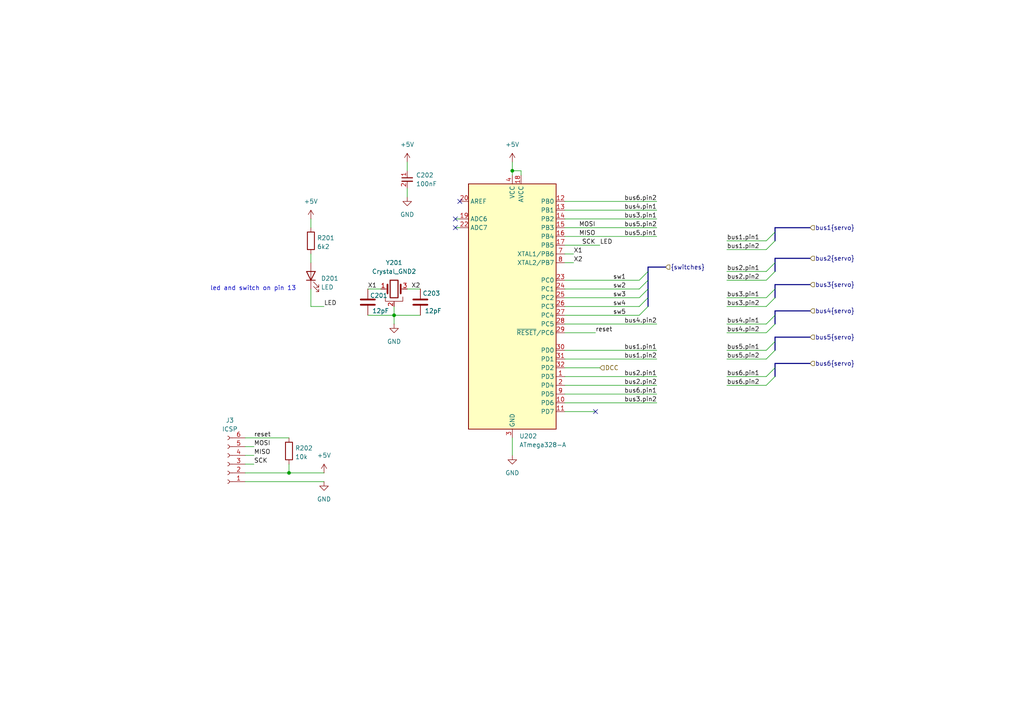
<source format=kicad_sch>
(kicad_sch (version 20231120) (generator "eeschema") (generator_version "8.0")
  (paper "A4")
  (lib_symbols
    (symbol "Connector:Conn_01x06_Socket" (pin_names (offset 1.016) hide)
      (property "Reference" "J" (at 0 7.62 0))
      (property "Value" "Conn_01x06_Socket" (at 0 -10.16 0))
      (symbol "Conn_01x06_Socket_1_1"
        (arc (start 0 -7.112) (mid -0.5058 -7.62) (end 0 -8.128) (stroke (width 0.1524)))
        (arc (start 0 -4.572) (mid -0.5058 -5.08) (end 0 -5.588) (stroke (width 0.1524)))
        (arc (start 0 -2.032) (mid -0.5058 -2.54) (end 0 -3.048) (stroke (width 0.1524)))
        (polyline (pts (xy -1.27 -7.62) (xy -0.508 -7.62)) (stroke (width 0.1524)))
        (polyline (pts (xy -1.27 -5.08) (xy -0.508 -5.08)) (stroke (width 0.1524)))
        (polyline (pts (xy -1.27 -2.54) (xy -0.508 -2.54)) (stroke (width 0.1524)))
        (polyline (pts (xy -1.27 0) (xy -0.508 0)) (stroke (width 0.1524)))
        (polyline (pts (xy -1.27 2.54) (xy -0.508 2.54)) (stroke (width 0.1524)))
        (polyline (pts (xy -1.27 5.08) (xy -0.508 5.08)) (stroke (width 0.1524)))
        (arc (start 0 0.508) (mid -0.5058 0) (end 0 -0.508) (stroke (width 0.1524)))
        (arc (start 0 3.048) (mid -0.5058 2.54) (end 0 2.032) (stroke (width 0.1524)))
        (arc (start 0 5.588) (mid -0.5058 5.08) (end 0 4.572) (stroke (width 0.1524)))
        (pin passive line (at -5.08 5.08 0) (length 3.81) (name "Pin_1") (number "1"))
        (pin passive line (at -5.08 2.54 0) (length 3.81) (name "Pin_2") (number "2"))
        (pin passive line (at -5.08 0 0) (length 3.81) (name "Pin_3") (number "3"))
        (pin passive line (at -5.08 -2.54 0) (length 3.81) (name "Pin_4") (number "4"))
        (pin passive line (at -5.08 -5.08 0) (length 3.81) (name "Pin_5") (number "5"))
        (pin passive line (at -5.08 -7.62 0) (length 3.81) (name "Pin_6") (number "6"))
      )
    )
    (symbol "Device:C" (pin_numbers hide) (pin_names (offset 0.254))
      (property "Reference" "C" (at 0.635 2.54 0))
      (property "Value" "C" (at 0.635 -2.54 0))
      (symbol "C_0_1"
        (polyline (pts (xy -2.032 -0.762) (xy 2.032 -0.762)) (stroke (width 0.508)))
        (polyline (pts (xy -2.032 0.762) (xy 2.032 0.762)) (stroke (width 0.508)))
      )
      (symbol "C_1_1"
        (pin passive line (at 0 3.81 270) (length 2.794) (name "~") (number "1"))
        (pin passive line (at 0 -3.81 90) (length 2.794) (name "~") (number "2"))
      )
    )
    (symbol "Device:LED" (pin_numbers hide) (pin_names (offset 1.016) hide)
      (property "Reference" "D" (at 0 2.54 0))
      (property "Value" "LED" (at 0 -2.54 0))
      (symbol "LED_0_1"
        (polyline (pts (xy -1.27 -1.27) (xy -1.27 1.27)) (stroke (width 0.254)))
        (polyline (pts (xy -1.27 0) (xy 1.27 0)))
        (polyline (pts (xy 1.27 -1.27) (xy 1.27 1.27) (xy -1.27 0) (xy 1.27 -1.27)) (stroke (width 0.254)))
        (polyline (pts (xy -3.048 -0.762) (xy -4.572 -2.286) (xy -3.81 -2.286) (xy -4.572 -2.286) (xy -4.572 -1.524)))
        (polyline (pts (xy -1.778 -0.762) (xy -3.302 -2.286) (xy -2.54 -2.286) (xy -3.302 -2.286) (xy -3.302 -1.524)))
      )
      (symbol "LED_1_1"
        (pin passive line (at -3.81 0 0) (length 2.54) (name "K") (number "1"))
        (pin passive line (at 3.81 0 180) (length 2.54) (name "A") (number "2"))
      )
    )
    (symbol "Device:R" (pin_numbers hide) (pin_names (offset 0))
      (property "Reference" "R" (at 2.032 0 90))
      (property "Value" "R" (at 0 0 90))
      (symbol "R_0_1"
        (rectangle (start -1.016 -2.54) (end 1.016 2.54) (stroke (width 0.254)))
      )
      (symbol "R_1_1"
        (pin passive line (at 0 3.81 270) (length 1.27) (name "~") (number "1"))
        (pin passive line (at 0 -3.81 90) (length 1.27) (name "~") (number "2"))
      )
    )
    (symbol "MCU_Microchip_ATmega:ATmega328-A"
      (property "Reference" "U" (at -12.7 36.83 0))
      (property "Value" "ATmega328-A" (at 2.54 -36.83 0))
      (symbol "ATmega328-A_0_1"
        (rectangle (start -12.7 -35.56) (end 12.7 35.56) (stroke (width 0.254)) (fill (type background)))
      )
      (symbol "ATmega328-A_1_1"
        (pin bidirectional line (at 15.24 -20.32 180) (length 2.54) (name "PD3") (number "1"))
        (pin bidirectional line (at 15.24 -27.94 180) (length 2.54) (name "PD6") (number "10"))
        (pin bidirectional line (at 15.24 -30.48 180) (length 2.54) (name "PD7") (number "11"))
        (pin bidirectional line (at 15.24 30.48 180) (length 2.54) (name "PB0") (number "12"))
        (pin bidirectional line (at 15.24 27.94 180) (length 2.54) (name "PB1") (number "13"))
        (pin bidirectional line (at 15.24 25.4 180) (length 2.54) (name "PB2") (number "14"))
        (pin bidirectional line (at 15.24 22.86 180) (length 2.54) (name "PB3") (number "15"))
        (pin bidirectional line (at 15.24 20.32 180) (length 2.54) (name "PB4") (number "16"))
        (pin bidirectional line (at 15.24 17.78 180) (length 2.54) (name "PB5") (number "17"))
        (pin power_in line (at 2.54 38.1 270) (length 2.54) (name "AVCC") (number "18"))
        (pin input line (at -15.24 25.4 0) (length 2.54) (name "ADC6") (number "19"))
        (pin bidirectional line (at 15.24 -22.86 180) (length 2.54) (name "PD4") (number "2"))
        (pin passive line (at -15.24 30.48 0) (length 2.54) (name "AREF") (number "20"))
        (pin passive line (at 0 -38.1 90) (length 2.54) hide (name "GND") (number "21"))
        (pin input line (at -15.24 22.86 0) (length 2.54) (name "ADC7") (number "22"))
        (pin bidirectional line (at 15.24 7.62 180) (length 2.54) (name "PC0") (number "23"))
        (pin bidirectional line (at 15.24 5.08 180) (length 2.54) (name "PC1") (number "24"))
        (pin bidirectional line (at 15.24 2.54 180) (length 2.54) (name "PC2") (number "25"))
        (pin bidirectional line (at 15.24 0 180) (length 2.54) (name "PC3") (number "26"))
        (pin bidirectional line (at 15.24 -2.54 180) (length 2.54) (name "PC4") (number "27"))
        (pin bidirectional line (at 15.24 -5.08 180) (length 2.54) (name "PC5") (number "28"))
        (pin bidirectional line (at 15.24 -7.62 180) (length 2.54) (name "~{RESET}/PC6") (number "29"))
        (pin power_in line (at 0 -38.1 90) (length 2.54) (name "GND") (number "3"))
        (pin bidirectional line (at 15.24 -12.7 180) (length 2.54) (name "PD0") (number "30"))
        (pin bidirectional line (at 15.24 -15.24 180) (length 2.54) (name "PD1") (number "31"))
        (pin bidirectional line (at 15.24 -17.78 180) (length 2.54) (name "PD2") (number "32"))
        (pin power_in line (at 0 38.1 270) (length 2.54) (name "VCC") (number "4"))
        (pin passive line (at 0 -38.1 90) (length 2.54) hide (name "GND") (number "5"))
        (pin passive line (at 0 38.1 270) (length 2.54) hide (name "VCC") (number "6"))
        (pin bidirectional line (at 15.24 15.24 180) (length 2.54) (name "XTAL1/PB6") (number "7"))
        (pin bidirectional line (at 15.24 12.7 180) (length 2.54) (name "XTAL2/PB7") (number "8"))
        (pin bidirectional line (at 15.24 -25.4 180) (length 2.54) (name "PD5") (number "9"))
      )
    )
    (symbol "capacitor_miscellaneous:C_0402_100nF"
      (property "Reference" "U" (at 1.27 2.54 0))
      (property "Value" "100nF" (at 3.81 -2.54 0))
      (property "JLCPCB Part#" "C307331" (at 0 0 0))
      (symbol "C_0402_100nF_0_1"
        (polyline (pts (xy -1.524 -0.508) (xy 1.524 -0.508)) (stroke (width 0.3302)))
        (polyline (pts (xy -1.524 0.508) (xy 1.524 0.508)) (stroke (width 0.3048)))
      )
      (symbol "C_0402_100nF_1_1"
        (pin passive line (at 0 2.54 270) (length 2.032) (name "~") (number "1"))
        (pin passive line (at 0 -2.54 90) (length 2.032) (name "~") (number "2"))
      )
    )
    (symbol "custom_kicad_lib_sk:crystal_arduino" (pin_names (offset 1.016) hide)
      (property "Reference" "Y" (at 0 5.715 0))
      (property "Value" "Crystal_GND2" (at 0 3.81 0))
      (property "JLCPCB Part#" "C13738" (at 0 0 0))
      (symbol "crystal_arduino_0_1"
        (rectangle (start -1.143 2.54) (end 1.143 -2.54) (stroke (width 0.3048)))
        (polyline (pts (xy -2.54 0) (xy -1.905 0)))
        (polyline (pts (xy -1.905 -1.27) (xy -1.905 1.27)) (stroke (width 0.508)))
        (polyline (pts (xy 0 -3.81) (xy 0 -3.556)))
        (polyline (pts (xy 1.905 0) (xy 2.54 0)))
        (polyline (pts (xy 1.905 1.27) (xy 1.905 -1.27)) (stroke (width 0.508)))
        (polyline (pts (xy -2.54 -2.286) (xy -2.54 -3.556) (xy 2.54 -3.556) (xy 2.54 -2.286)))
      )
      (symbol "crystal_arduino_1_1"
        (pin passive line (at -3.81 0 0) (length 1.27) (name "1") (number "1"))
        (pin passive line (at 0 -5.08 90) (length 1.27) (name "GND") (number "2"))
        (pin passive line (at 3.81 0 180) (length 1.27) (name "3") (number "3"))
        (pin passive line (at 0 -5.08 90) (length 1.27) hide (name "GND") (number "4"))
      )
    )
    (symbol "power:+5V" (power) (pin_numbers hide) (pin_names (offset 0) hide)
      (property "Value" "+5V" (at 0 3.556 0))
      (symbol "+5V_0_1"
        (polyline (pts (xy -0.762 1.27) (xy 0 2.54)))
        (polyline (pts (xy 0 0) (xy 0 2.54)))
        (polyline (pts (xy 0 2.54) (xy 0.762 1.27)))
      )
      (symbol "+5V_1_1"
        (pin power_in line (at 0 0 90) (length 0) (name "~") (number "1"))
      )
    )
    (symbol "power:GND" (power) (pin_numbers hide) (pin_names (offset 0) hide)
      (property "Value" "GND" (at 0 -3.81 0))
      (symbol "GND_0_1"
        (polyline (pts (xy 0 0) (xy 0 -1.27) (xy 1.27 -1.27) (xy 0 -2.54) (xy -1.27 -1.27) (xy 0 -1.27)))
      )
      (symbol "GND_1_1"
        (pin power_in line (at 0 0 270) (length 0) (name "~") (number "1"))
      )
    )
  )
  (junction (at 83.82 137.16))
  (junction (at 114.3 91.44))
  (junction (at 148.59 49.53))
  (no_connect (at 133.35 58.42))
  (no_connect (at 132.08 63.5))
  (no_connect (at 172.72 119.38))
  (no_connect (at 132.08 66.04))
  (bus_entry (at 222.25 101.6) (size 2.54 -2.54))
  (bus_entry (at 222.25 104.14) (size 2.54 -2.54))
  (bus_entry (at 224.79 69.85) (size -2.54 2.54))
  (bus_entry (at 222.25 111.76) (size 2.54 -2.54))
  (bus_entry (at 222.25 93.98) (size 2.54 -2.54))
  (bus_entry (at 224.79 86.36) (size -2.54 2.54))
  (bus_entry (at 222.25 78.74) (size 2.54 -2.54))
  (bus_entry (at 185.42 91.44) (size 2.54 -2.54))
  (bus_entry (at 222.25 86.36) (size 2.54 -2.54))
  (bus_entry (at 185.42 83.82) (size 2.54 -2.54))
  (bus_entry (at 185.42 86.36) (size 2.54 -2.54))
  (bus_entry (at 185.42 88.9) (size 2.54 -2.54))
  (bus_entry (at 224.79 78.74) (size -2.54 2.54))
  (bus_entry (at 185.42 81.28) (size 2.54 -2.54))
  (bus_entry (at 224.79 106.68) (size -2.54 2.54))
  (bus_entry (at 222.25 69.85) (size 2.54 -2.54))
  (bus_entry (at 224.79 93.98) (size -2.54 2.54))
  (wire (pts (xy 148.59 49.53) (xy 148.59 50.8)))
  (wire (pts (xy 71.12 127) (xy 83.82 127)))
  (bus (pts (xy 224.79 74.93) (xy 224.79 76.2)))
  (bus (pts (xy 224.79 99.06) (xy 224.79 101.6)))
  (wire (pts (xy 114.3 91.44) (xy 121.92 91.44)))
  (bus (pts (xy 224.79 105.41) (xy 224.79 106.68)))
  (wire (pts (xy 151.13 49.53) (xy 148.59 49.53)))
  (bus (pts (xy 224.79 82.55) (xy 234.95 82.55)))
  (wire (pts (xy 163.83 91.44) (xy 185.42 91.44)))
  (bus (pts (xy 224.79 97.79) (xy 224.79 99.06)))
  (bus (pts (xy 224.79 90.17) (xy 224.79 91.44)))
  (wire (pts (xy 163.83 116.84) (xy 190.5 116.84)))
  (wire (pts (xy 210.82 101.6) (xy 222.25 101.6)))
  (wire (pts (xy 210.82 78.74) (xy 222.25 78.74)))
  (wire (pts (xy 71.12 132.08) (xy 73.66 132.08)))
  (bus (pts (xy 224.79 66.04) (xy 234.95 66.04)))
  (wire (pts (xy 110.49 83.82) (xy 106.68 83.82)))
  (wire (pts (xy 210.82 104.14) (xy 222.25 104.14)))
  (wire (pts (xy 163.83 106.68) (xy 173.99 106.68)))
  (wire (pts (xy 163.83 93.98) (xy 190.5 93.98)))
  (wire (pts (xy 163.83 66.04) (xy 190.5 66.04)))
  (wire (pts (xy 210.82 72.39) (xy 222.25 72.39)))
  (wire (pts (xy 71.12 129.54) (xy 73.66 129.54)))
  (wire (pts (xy 210.82 86.36) (xy 222.25 86.36)))
  (bus (pts (xy 224.79 90.17) (xy 234.95 90.17)))
  (wire (pts (xy 71.12 139.7) (xy 93.98 139.7)))
  (wire (pts (xy 90.17 83.82) (xy 90.17 88.9)))
  (bus (pts (xy 187.96 88.9) (xy 187.96 86.36)))
  (wire (pts (xy 163.83 96.52) (xy 172.72 96.52)))
  (wire (pts (xy 163.83 68.58) (xy 190.5 68.58)))
  (bus (pts (xy 187.96 77.47) (xy 193.04 77.47)))
  (bus (pts (xy 224.79 82.55) (xy 224.79 83.82)))
  (bus (pts (xy 224.79 74.93) (xy 234.95 74.93)))
  (wire (pts (xy 163.83 76.2) (xy 166.37 76.2)))
  (bus (pts (xy 224.79 106.68) (xy 224.79 109.22)))
  (wire (pts (xy 148.59 127) (xy 148.59 132.08)))
  (wire (pts (xy 163.83 114.3) (xy 190.5 114.3)))
  (wire (pts (xy 132.08 63.5) (xy 133.35 63.5)))
  (wire (pts (xy 71.12 137.16) (xy 83.82 137.16)))
  (bus (pts (xy 224.79 105.41) (xy 234.95 105.41)))
  (wire (pts (xy 163.83 88.9) (xy 185.42 88.9)))
  (wire (pts (xy 90.17 73.66) (xy 90.17 76.2)))
  (wire (pts (xy 210.82 111.76) (xy 222.25 111.76)))
  (wire (pts (xy 114.3 88.9) (xy 114.3 91.44)))
  (wire (pts (xy 118.11 83.82) (xy 121.92 83.82)))
  (bus (pts (xy 224.79 76.2) (xy 224.79 78.74)))
  (wire (pts (xy 132.08 66.04) (xy 133.35 66.04)))
  (wire (pts (xy 210.82 88.9) (xy 222.25 88.9)))
  (wire (pts (xy 163.83 81.28) (xy 185.42 81.28)))
  (wire (pts (xy 148.59 46.99) (xy 148.59 49.53)))
  (wire (pts (xy 163.83 58.42) (xy 190.5 58.42)))
  (wire (pts (xy 163.83 73.66) (xy 166.37 73.66)))
  (wire (pts (xy 163.83 119.38) (xy 172.72 119.38)))
  (wire (pts (xy 163.83 63.5) (xy 190.5 63.5)))
  (wire (pts (xy 83.82 137.16) (xy 93.98 137.16)))
  (wire (pts (xy 90.17 63.5) (xy 90.17 66.04)))
  (bus (pts (xy 234.95 97.79) (xy 224.79 97.79)))
  (wire (pts (xy 210.82 96.52) (xy 222.25 96.52)))
  (wire (pts (xy 163.83 71.12) (xy 173.99 71.12)))
  (bus (pts (xy 224.79 83.82) (xy 224.79 86.36)))
  (wire (pts (xy 118.11 54.61) (xy 118.11 57.15)))
  (wire (pts (xy 93.98 88.9) (xy 90.17 88.9)))
  (bus (pts (xy 224.79 67.31) (xy 224.79 69.85)))
  (wire (pts (xy 163.83 86.36) (xy 185.42 86.36)))
  (wire (pts (xy 210.82 109.22) (xy 222.25 109.22)))
  (wire (pts (xy 210.82 69.85) (xy 222.25 69.85)))
  (wire (pts (xy 163.83 60.96) (xy 190.5 60.96)))
  (wire (pts (xy 163.83 104.14) (xy 190.5 104.14)))
  (wire (pts (xy 106.68 91.44) (xy 114.3 91.44)))
  (wire (pts (xy 118.11 46.99) (xy 118.11 49.53)))
  (wire (pts (xy 163.83 101.6) (xy 190.5 101.6)))
  (bus (pts (xy 187.96 78.74) (xy 187.96 77.47)))
  (wire (pts (xy 114.3 91.44) (xy 114.3 93.98)))
  (bus (pts (xy 224.79 91.44) (xy 224.79 93.98)))
  (wire (pts (xy 151.13 50.8) (xy 151.13 49.53)))
  (bus (pts (xy 187.96 81.28) (xy 187.96 78.74)))
  (wire (pts (xy 210.82 81.28) (xy 222.25 81.28)))
  (bus (pts (xy 187.96 86.36) (xy 187.96 83.82)))
  (wire (pts (xy 210.82 93.98) (xy 222.25 93.98)))
  (bus (pts (xy 224.79 66.04) (xy 224.79 67.31)))
  (bus (pts (xy 187.96 83.82) (xy 187.96 81.28)))
  (wire (pts (xy 163.83 111.76) (xy 190.5 111.76)))
  (wire (pts (xy 163.83 83.82) (xy 185.42 83.82)))
  (wire (pts (xy 163.83 109.22) (xy 190.5 109.22)))
  (wire (pts (xy 83.82 134.62) (xy 83.82 137.16)))
  (wire (pts (xy 71.12 134.62) (xy 73.66 134.62)))
  (text "led and switch on pin 13" (at 60.96 84.455 0) (effects (font (size 1.27 1.27)) (justify left bottom)))
  (label "bus6.pin1" (at 210.82 109.22 0))
  (label "bus1.pin2" (at 210.82 72.39 0))
  (label "bus4.pin2" (at 210.82 96.52 0))
  (label "bus1.pin2" (at 190.5 104.14 180))
  (label "reset" (at 172.72 96.52 0))
  (label "bus2.pin1" (at 190.5 109.22 180))
  (label "X1" (at 106.68 83.82 0))
  (label "bus6.pin1" (at 190.5 114.3 180))
  (label "X2" (at 166.37 76.2 0))
  (label "bus4.pin2" (at 190.5 93.98 180))
  (label "bus5.pin1" (at 210.82 101.6 0))
  (label "SCK" (at 73.66 134.62 0))
  (label "bus1.pin1" (at 210.82 69.85 0))
  (label "bus2.pin2" (at 190.5 111.76 180))
  (label "bus5.pin1" (at 190.5 68.58 180))
  (label "sw3" (at 177.8 86.36 0))
  (label "bus3.pin1" (at 190.5 63.5 180))
  (label "MOSI" (at 172.72 66.04 180))
  (label "bus4.pin1" (at 190.5 60.96 180))
  (label "bus4.pin1" (at 210.82 93.98 0))
  (label "MISO" (at 73.66 132.08 0))
  (label "bus1.pin1" (at 190.5 101.6 180))
  (label "bus6.pin2" (at 210.82 111.76 0))
  (label "LED" (at 173.99 71.12 0))
  (label "bus2.pin1" (at 210.82 78.74 0))
  (label "bus5.pin2" (at 190.5 66.04 180))
  (label "bus6.pin2" (at 190.5 58.42 180))
  (label "X1" (at 166.37 73.66 0))
  (label "sw2" (at 177.8 83.82 0))
  (label "bus3.pin2" (at 210.82 88.9 0))
  (label "bus2.pin2" (at 210.82 81.28 0))
  (label "SCK" (at 172.72 71.12 180))
  (label "sw5" (at 177.8 91.44 0))
  (label "MISO" (at 172.72 68.58 180))
  (label "bus3.pin2" (at 190.5 116.84 180))
  (label "MOSI" (at 73.66 129.54 0))
  (label "reset" (at 73.66 127 0))
  (label "LED" (at 93.98 88.9 0))
  (label "sw4" (at 177.8 88.9 0))
  (label "sw1" (at 177.8 81.28 0))
  (label "bus3.pin1" (at 210.82 86.36 0))
  (label "X2" (at 121.92 83.82 180))
  (label "bus5.pin2" (at 210.82 104.14 0))
  (hierarchical_label "{switches}" (shape input) (at 193.04 77.47 0))
  (hierarchical_label "DCC" (shape input) (at 173.99 106.68 0))
  (hierarchical_label "bus2{servo}" (shape input) (at 234.95 74.93 0))
  (hierarchical_label "bus6{servo}" (shape input) (at 234.95 105.41 0))
  (hierarchical_label "bus3{servo}" (shape input) (at 234.95 82.55 0))
  (hierarchical_label "bus4{servo}" (shape input) (at 234.95 90.17 0))
  (hierarchical_label "bus5{servo}" (shape input) (at 234.95 97.79 0))
  (hierarchical_label "bus1{servo}" (shape input) (at 234.95 66.04 0))
  (symbol (lib_id "custom_kicad_lib_sk:crystal_arduino") (at 114.3 83.82 0) (unit 1)
    (property "Reference" "Y201" (at 114.3 76.2 0))
    (property "Value" "Crystal_GND2" (at 114.3 78.74 0))
    (property "Footprint" "custom_kicad_lib_sk:crystal_arduino" (effects (hide yes)))
    (property "JLCPCB Part#" "C13738" (effects (hide yes)))
    (instances (project "atmega328" (path "" (reference "Y201") (unit 1))) (project "OS-servoDriver" (path "" (reference "Y201") (unit 1))) (project "general_schematics" (path "" (reference "Y?") (unit 1)) (path "" (reference "Y1401") (unit 1))))
  )
  (symbol (lib_id "Device:C") (at 121.92 87.63 180) (unit 1)
    (property "Reference" "C203" (at 122.555 85.09 0) (effects (justify right)))
    (property "Value" "12pF" (at 123.19 90.17 0) (effects (justify right)))
    (property "Footprint" "Capacitor_SMD:C_0603_1608Metric" (effects (hide yes)))
    (property "JLCPCB Part#" "C38523" (effects (hide yes)))
    (instances (project "atmega328" (path "" (reference "C203") (unit 1))) (project "OS-servoDriver" (path "" (reference "C203") (unit 1))) (project "general_schematics" (path "" (reference "C?") (unit 1)) (path "" (reference "C1403") (unit 1))))
  )
  (symbol (lib_id "Device:R") (at 90.17 69.85 0) (unit 1)
    (property "Reference" "R201" (at 91.948 69.0153 0) (effects (justify left)))
    (property "Value" "6k2" (at 91.948 71.5522 0) (effects (justify left)))
    (property "Footprint" "Resistor_SMD:R_0603_1608Metric_Pad0.98x0.95mm_HandSolder" (effects (hide yes)))
    (property "JLCPCB Part#" "C4260" (effects (hide yes)))
    (instances (project "atmega328" (path "" (reference "R201") (unit 1))) (project "OS-servoDriver" (path "" (reference "R201") (unit 1))) (project "general_schematics" (path "" (reference "R1401") (unit 1))))
  )
  (symbol (lib_id "MCU_Microchip_ATmega:ATmega328-A") (at 148.59 88.9 0) (unit 1)
    (property "Reference" "U202" (at 150.6094 126.4904 0) (effects (justify left)))
    (property "Value" "ATmega328-A" (at 150.6094 129.0273 0) (effects (justify left)))
    (property "Footprint" "Package_QFP:TQFP-32_7x7mm_P0.8mm" (effects (hide yes)))
    (property "Datasheet" "http://ww1.microchip.com/downloads/en/DeviceDoc/ATmega328_P%20AVR%20MCU%20with%20picoPower%20Technology%20Data%20Sheet%2040001984A.pdf" (effects (hide yes)))
    (property "JLCPCB Part#" "C14877" (effects (hide yes)))
    (instances (project "atmega328" (path "" (reference "U202") (unit 1))) (project "OS-servoDriver" (path "" (reference "U202") (unit 1))) (project "general_schematics" (path "" (reference "U1402") (unit 1))))
  )
  (symbol (lib_id "power:GND") (at 93.98 139.7 0) (unit 1)
    (property "Reference" "#PWR08" (effects (hide yes)))
    (property "Value" "GND" (at 93.98 144.78 0))
    (property "Description" "Power symbol creates a global label with name \"GND\" , ground" (effects (hide yes)))
  )
  (symbol (lib_id "Device:C") (at 106.68 87.63 180) (unit 1)
    (property "Reference" "C201" (at 107.315 85.725 0) (effects (justify right)))
    (property "Value" "12pF" (at 107.95 90.17 0) (effects (justify right)))
    (property "Footprint" "Capacitor_SMD:C_0603_1608Metric" (effects (hide yes)))
    (property "JLCPCB Part#" "C38523" (effects (hide yes)))
    (instances (project "atmega328" (path "" (reference "C201") (unit 1))) (project "OS-servoDriver" (path "" (reference "C201") (unit 1))) (project "general_schematics" (path "" (reference "C?") (unit 1)) (path "" (reference "C1401") (unit 1))))
  )
  (symbol (lib_id "power:+5V") (at 118.11 46.99 0) (unit 1)
    (property "Reference" "#PWR05" (effects (hide yes)))
    (property "Value" "+5V" (at 118.11 41.91 0))
    (property "Description" "Power symbol creates a global label with name \"+5V\"" (effects (hide yes)))
  )
  (symbol (lib_id "power:+5V") (at 93.98 137.16 0) (unit 1)
    (property "Reference" "#PWR07" (effects (hide yes)))
    (property "Value" "+5V" (at 93.98 132.08 0))
    (property "Description" "Power symbol creates a global label with name \"+5V\"" (effects (hide yes)))
  )
  (symbol (lib_id "power:GND") (at 148.59 132.08 0) (unit 1)
    (property "Reference" "#PWR02" (effects (hide yes)))
    (property "Value" "GND" (at 148.59 137.16 0))
    (property "Description" "Power symbol creates a global label with name \"GND\" , ground" (effects (hide yes)))
  )
  (symbol (lib_id "Device:LED") (at 90.17 80.01 90) (unit 1)
    (property "Reference" "D201" (at 93.091 80.7628 90) (effects (justify right)))
    (property "Value" "LED" (at 93.091 83.2997 90) (effects (justify right)))
    (property "Footprint" "LED_SMD:LED_0805_2012Metric_Pad1.15x1.40mm_HandSolder" (effects (hide yes)))
    (property "JLCPCB Part#" "C84256" (effects (hide yes)))
    (instances (project "atmega328" (path "" (reference "D201") (unit 1))) (project "OS-servoDriver" (path "" (reference "D201") (unit 1))) (project "general_schematics" (path "" (reference "D1401") (unit 1))))
  )
  (symbol (lib_id "Device:R") (at 83.82 130.81 0) (unit 1)
    (property "Reference" "R202" (at 85.598 129.9753 0) (effects (justify left)))
    (property "Value" "10k" (at 85.598 132.5122 0) (effects (justify left)))
    (property "Footprint" "Resistor_SMD:R_0402_1005Metric_Pad0.72x0.64mm_HandSolder" (effects (hide yes)))
    (property "JLCPCB Part#" "C25744" (effects (hide yes)))
    (instances (project "atmega328" (path "" (reference "R202") (unit 1))) (project "OS-servoDriver" (path "" (reference "R202") (unit 1))) (project "general_schematics" (path "" (reference "R1402") (unit 1))))
  )
  (symbol (lib_id "power:+5V") (at 90.17 63.5 0) (unit 1)
    (property "Reference" "#PWR06" (effects (hide yes)))
    (property "Value" "+5V" (at 90.17 58.42 0))
    (property "Description" "Power symbol creates a global label with name \"+5V\"" (effects (hide yes)))
  )
  (symbol (lib_id "capacitor_miscellaneous:C_0402_100nF") (at 118.11 52.07 0) (unit 1)
    (property "Reference" "C202" (at 120.65 50.8063 0) (effects (justify left)))
    (property "Value" "100nF" (at 120.65 53.3463 0) (effects (justify left)))
    (property "Footprint" "Capacitor_SMD:C_0402_1005Metric" (effects (hide yes)))
    (property "JLCPCB Part#" "C307331" (effects (hide yes)))
  )
  (symbol (lib_id "power:+5V") (at 148.59 46.99 0) (unit 1)
    (property "Reference" "#PWR04" (effects (hide yes)))
    (property "Value" "+5V" (at 148.59 41.91 0))
    (property "Description" "Power symbol creates a global label with name \"+5V\"" (effects (hide yes)))
  )
  (symbol (lib_id "power:GND") (at 118.11 57.15 0) (unit 1)
    (property "Reference" "#PWR03" (effects (hide yes)))
    (property "Value" "GND" (at 118.11 62.23 0))
    (property "Description" "Power symbol creates a global label with name \"GND\" , ground" (effects (hide yes)))
  )
  (symbol (lib_id "Connector:Conn_01x06_Socket") (at 66.04 134.62 180) (unit 1)
    (property "Reference" "J3" (at 66.675 121.92 0))
    (property "Value" "ICSP" (at 66.675 124.46 0))
    (property "Footprint" "Connector_PinHeader_2.54mm:PinHeader_1x06_P2.54mm_Vertical" (effects (hide yes)))
    (instances (project "solenoidDecoder" (path "" (reference "J3") (unit 1))) (project "OS-servoDriver" (path "" (reference "J201") (unit 1))))
  )
  (symbol (lib_id "power:GND") (at 114.3 93.98 0) (unit 1)
    (property "Reference" "#PWR01" (effects (hide yes)))
    (property "Value" "GND" (at 114.3 99.06 0))
    (property "Description" "Power symbol creates a global label with name \"GND\" , ground" (effects (hide yes)))
  )
)
</source>
